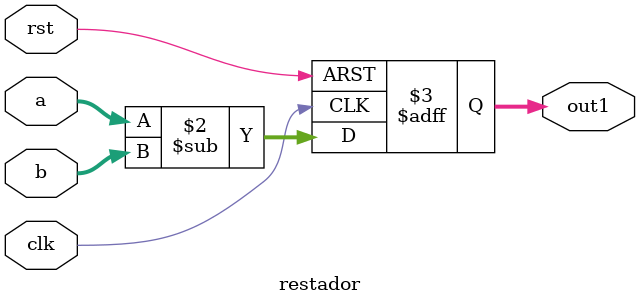
<source format=v>
module restador #( // Parámetros: el numero de bits
	parameter n=32
	)(
	
	input clk, rst, // clk es 1 bit 
	input wire [n-1:0] a,b,	
	output reg [n-1:0] out1
	);
	
	always @(posedge clk or posedge rst)begin 
		if (rst) begin
			out1 = {n{1'b0}} ;
		end else begin
		out1= $signed(a) - $signed(b); 
	end	
end
endmodule 

	
	
	
</source>
